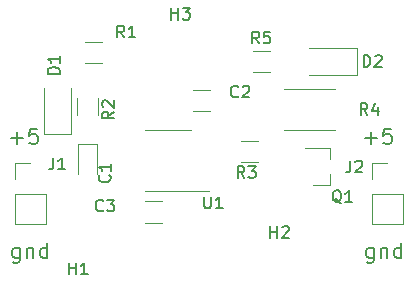
<source format=gbr>
%TF.GenerationSoftware,KiCad,Pcbnew,5.1.10-88a1d61d58~89~ubuntu20.04.1*%
%TF.CreationDate,2021-12-18T07:17:50+01:00*%
%TF.ProjectId,PowerBankAlwaysActive,506f7765-7242-4616-9e6b-416c77617973,rev?*%
%TF.SameCoordinates,Original*%
%TF.FileFunction,Legend,Top*%
%TF.FilePolarity,Positive*%
%FSLAX46Y46*%
G04 Gerber Fmt 4.6, Leading zero omitted, Abs format (unit mm)*
G04 Created by KiCad (PCBNEW 5.1.10-88a1d61d58~89~ubuntu20.04.1) date 2021-12-18 07:17:50*
%MOMM*%
%LPD*%
G01*
G04 APERTURE LIST*
%ADD10C,0.200000*%
%ADD11C,0.120000*%
%ADD12C,0.150000*%
G04 APERTURE END LIST*
D10*
X24480380Y-42425428D02*
X24480380Y-43477809D01*
X24418476Y-43601619D01*
X24356571Y-43663523D01*
X24232761Y-43725428D01*
X24047047Y-43725428D01*
X23923238Y-43663523D01*
X24480380Y-43230190D02*
X24356571Y-43292095D01*
X24108952Y-43292095D01*
X23985142Y-43230190D01*
X23923238Y-43168285D01*
X23861333Y-43044476D01*
X23861333Y-42673047D01*
X23923238Y-42549238D01*
X23985142Y-42487333D01*
X24108952Y-42425428D01*
X24356571Y-42425428D01*
X24480380Y-42487333D01*
X25099428Y-42425428D02*
X25099428Y-43292095D01*
X25099428Y-42549238D02*
X25161333Y-42487333D01*
X25285142Y-42425428D01*
X25470857Y-42425428D01*
X25594666Y-42487333D01*
X25656571Y-42611142D01*
X25656571Y-43292095D01*
X26832761Y-43292095D02*
X26832761Y-41992095D01*
X26832761Y-43230190D02*
X26708952Y-43292095D01*
X26461333Y-43292095D01*
X26337523Y-43230190D01*
X26275619Y-43168285D01*
X26213714Y-43044476D01*
X26213714Y-42673047D01*
X26275619Y-42549238D01*
X26337523Y-42487333D01*
X26461333Y-42425428D01*
X26708952Y-42425428D01*
X26832761Y-42487333D01*
X23755714Y-33144857D02*
X24746190Y-33144857D01*
X24250952Y-33640095D02*
X24250952Y-32649619D01*
X25984285Y-32340095D02*
X25365238Y-32340095D01*
X25303333Y-32959142D01*
X25365238Y-32897238D01*
X25489047Y-32835333D01*
X25798571Y-32835333D01*
X25922380Y-32897238D01*
X25984285Y-32959142D01*
X26046190Y-33082952D01*
X26046190Y-33392476D01*
X25984285Y-33516285D01*
X25922380Y-33578190D01*
X25798571Y-33640095D01*
X25489047Y-33640095D01*
X25365238Y-33578190D01*
X25303333Y-33516285D01*
X54452380Y-42425428D02*
X54452380Y-43477809D01*
X54390476Y-43601619D01*
X54328571Y-43663523D01*
X54204761Y-43725428D01*
X54019047Y-43725428D01*
X53895238Y-43663523D01*
X54452380Y-43230190D02*
X54328571Y-43292095D01*
X54080952Y-43292095D01*
X53957142Y-43230190D01*
X53895238Y-43168285D01*
X53833333Y-43044476D01*
X53833333Y-42673047D01*
X53895238Y-42549238D01*
X53957142Y-42487333D01*
X54080952Y-42425428D01*
X54328571Y-42425428D01*
X54452380Y-42487333D01*
X55071428Y-42425428D02*
X55071428Y-43292095D01*
X55071428Y-42549238D02*
X55133333Y-42487333D01*
X55257142Y-42425428D01*
X55442857Y-42425428D01*
X55566666Y-42487333D01*
X55628571Y-42611142D01*
X55628571Y-43292095D01*
X56804761Y-43292095D02*
X56804761Y-41992095D01*
X56804761Y-43230190D02*
X56680952Y-43292095D01*
X56433333Y-43292095D01*
X56309523Y-43230190D01*
X56247619Y-43168285D01*
X56185714Y-43044476D01*
X56185714Y-42673047D01*
X56247619Y-42549238D01*
X56309523Y-42487333D01*
X56433333Y-42425428D01*
X56680952Y-42425428D01*
X56804761Y-42487333D01*
X53727714Y-33144857D02*
X54718190Y-33144857D01*
X54222952Y-33640095D02*
X54222952Y-32649619D01*
X55956285Y-32340095D02*
X55337238Y-32340095D01*
X55275333Y-32959142D01*
X55337238Y-32897238D01*
X55461047Y-32835333D01*
X55770571Y-32835333D01*
X55894380Y-32897238D01*
X55956285Y-32959142D01*
X56018190Y-33082952D01*
X56018190Y-33392476D01*
X55956285Y-33516285D01*
X55894380Y-33578190D01*
X55770571Y-33640095D01*
X55461047Y-33640095D01*
X55337238Y-33578190D01*
X55275333Y-33516285D01*
D11*
%TO.C,C1*%
X29441000Y-33659000D02*
X29441000Y-36144000D01*
X31011000Y-33659000D02*
X29441000Y-33659000D01*
X31011000Y-36144000D02*
X31011000Y-33659000D01*
%TO.C,C2*%
X40567252Y-29062000D02*
X39144748Y-29062000D01*
X40567252Y-30882000D02*
X39144748Y-30882000D01*
%TO.C,D1*%
X28821000Y-32765000D02*
X28821000Y-28880000D01*
X26551000Y-32765000D02*
X28821000Y-32765000D01*
X26551000Y-28880000D02*
X26551000Y-32765000D01*
%TO.C,D2*%
X53006000Y-25535000D02*
X48946000Y-25535000D01*
X53006000Y-27805000D02*
X53006000Y-25535000D01*
X48946000Y-27805000D02*
X53006000Y-27805000D01*
%TO.C,Q1*%
X50798000Y-37140000D02*
X49338000Y-37140000D01*
X50798000Y-33980000D02*
X48638000Y-33980000D01*
X50798000Y-33980000D02*
X50798000Y-34910000D01*
X50798000Y-37140000D02*
X50798000Y-36210000D01*
%TO.C,R1*%
X31435064Y-26818000D02*
X29980936Y-26818000D01*
X31435064Y-24998000D02*
X29980936Y-24998000D01*
%TO.C,R2*%
X29316000Y-29752936D02*
X29316000Y-31207064D01*
X31136000Y-29752936D02*
X31136000Y-31207064D01*
%TO.C,R3*%
X44669064Y-33380000D02*
X43214936Y-33380000D01*
X44669064Y-35200000D02*
X43214936Y-35200000D01*
%TO.C,R4*%
X51199064Y-29024000D02*
X46844936Y-29024000D01*
X51199064Y-32444000D02*
X46844936Y-32444000D01*
%TO.C,R5*%
X44230936Y-25760000D02*
X45685064Y-25760000D01*
X44230936Y-27580000D02*
X45685064Y-27580000D01*
%TO.C,U1*%
X37084000Y-37612000D02*
X40534000Y-37612000D01*
X37084000Y-37612000D02*
X35134000Y-37612000D01*
X37084000Y-32492000D02*
X39034000Y-32492000D01*
X37084000Y-32492000D02*
X35134000Y-32492000D01*
%TO.C,J1*%
X24070000Y-40446000D02*
X26730000Y-40446000D01*
X24070000Y-37846000D02*
X24070000Y-40446000D01*
X26730000Y-37846000D02*
X26730000Y-40446000D01*
X24070000Y-37846000D02*
X26730000Y-37846000D01*
X24070000Y-36576000D02*
X24070000Y-35246000D01*
X24070000Y-35246000D02*
X25400000Y-35246000D01*
%TO.C,J2*%
X54296000Y-35246000D02*
X55626000Y-35246000D01*
X54296000Y-36576000D02*
X54296000Y-35246000D01*
X54296000Y-37846000D02*
X56956000Y-37846000D01*
X56956000Y-37846000D02*
X56956000Y-40446000D01*
X54296000Y-37846000D02*
X54296000Y-40446000D01*
X54296000Y-40446000D02*
X56956000Y-40446000D01*
%TO.C,C3*%
X35080748Y-38492000D02*
X36503252Y-38492000D01*
X35080748Y-40312000D02*
X36503252Y-40312000D01*
%TO.C,C1*%
D12*
X32085142Y-36266666D02*
X32132761Y-36314285D01*
X32180380Y-36457142D01*
X32180380Y-36552380D01*
X32132761Y-36695238D01*
X32037523Y-36790476D01*
X31942285Y-36838095D01*
X31751809Y-36885714D01*
X31608952Y-36885714D01*
X31418476Y-36838095D01*
X31323238Y-36790476D01*
X31228000Y-36695238D01*
X31180380Y-36552380D01*
X31180380Y-36457142D01*
X31228000Y-36314285D01*
X31275619Y-36266666D01*
X32180380Y-35314285D02*
X32180380Y-35885714D01*
X32180380Y-35600000D02*
X31180380Y-35600000D01*
X31323238Y-35695238D01*
X31418476Y-35790476D01*
X31466095Y-35885714D01*
%TO.C,C2*%
X42991333Y-29599142D02*
X42943714Y-29646761D01*
X42800857Y-29694380D01*
X42705619Y-29694380D01*
X42562761Y-29646761D01*
X42467523Y-29551523D01*
X42419904Y-29456285D01*
X42372285Y-29265809D01*
X42372285Y-29122952D01*
X42419904Y-28932476D01*
X42467523Y-28837238D01*
X42562761Y-28742000D01*
X42705619Y-28694380D01*
X42800857Y-28694380D01*
X42943714Y-28742000D01*
X42991333Y-28789619D01*
X43372285Y-28789619D02*
X43419904Y-28742000D01*
X43515142Y-28694380D01*
X43753238Y-28694380D01*
X43848476Y-28742000D01*
X43896095Y-28789619D01*
X43943714Y-28884857D01*
X43943714Y-28980095D01*
X43896095Y-29122952D01*
X43324666Y-29694380D01*
X43943714Y-29694380D01*
%TO.C,D1*%
X27862380Y-27694095D02*
X26862380Y-27694095D01*
X26862380Y-27456000D01*
X26910000Y-27313142D01*
X27005238Y-27217904D01*
X27100476Y-27170285D01*
X27290952Y-27122666D01*
X27433809Y-27122666D01*
X27624285Y-27170285D01*
X27719523Y-27217904D01*
X27814761Y-27313142D01*
X27862380Y-27456000D01*
X27862380Y-27694095D01*
X27862380Y-26170285D02*
X27862380Y-26741714D01*
X27862380Y-26456000D02*
X26862380Y-26456000D01*
X27005238Y-26551238D01*
X27100476Y-26646476D01*
X27148095Y-26741714D01*
%TO.C,D2*%
X53617904Y-27122380D02*
X53617904Y-26122380D01*
X53856000Y-26122380D01*
X53998857Y-26170000D01*
X54094095Y-26265238D01*
X54141714Y-26360476D01*
X54189333Y-26550952D01*
X54189333Y-26693809D01*
X54141714Y-26884285D01*
X54094095Y-26979523D01*
X53998857Y-27074761D01*
X53856000Y-27122380D01*
X53617904Y-27122380D01*
X54570285Y-26217619D02*
X54617904Y-26170000D01*
X54713142Y-26122380D01*
X54951238Y-26122380D01*
X55046476Y-26170000D01*
X55094095Y-26217619D01*
X55141714Y-26312857D01*
X55141714Y-26408095D01*
X55094095Y-26550952D01*
X54522666Y-27122380D01*
X55141714Y-27122380D01*
%TO.C,Q1*%
X51720761Y-38647619D02*
X51625523Y-38600000D01*
X51530285Y-38504761D01*
X51387428Y-38361904D01*
X51292190Y-38314285D01*
X51196952Y-38314285D01*
X51244571Y-38552380D02*
X51149333Y-38504761D01*
X51054095Y-38409523D01*
X51006476Y-38219047D01*
X51006476Y-37885714D01*
X51054095Y-37695238D01*
X51149333Y-37600000D01*
X51244571Y-37552380D01*
X51435047Y-37552380D01*
X51530285Y-37600000D01*
X51625523Y-37695238D01*
X51673142Y-37885714D01*
X51673142Y-38219047D01*
X51625523Y-38409523D01*
X51530285Y-38504761D01*
X51435047Y-38552380D01*
X51244571Y-38552380D01*
X52625523Y-38552380D02*
X52054095Y-38552380D01*
X52339809Y-38552380D02*
X52339809Y-37552380D01*
X52244571Y-37695238D01*
X52149333Y-37790476D01*
X52054095Y-37838095D01*
%TO.C,R1*%
X33339333Y-24614380D02*
X33006000Y-24138190D01*
X32767904Y-24614380D02*
X32767904Y-23614380D01*
X33148857Y-23614380D01*
X33244095Y-23662000D01*
X33291714Y-23709619D01*
X33339333Y-23804857D01*
X33339333Y-23947714D01*
X33291714Y-24042952D01*
X33244095Y-24090571D01*
X33148857Y-24138190D01*
X32767904Y-24138190D01*
X34291714Y-24614380D02*
X33720285Y-24614380D01*
X34006000Y-24614380D02*
X34006000Y-23614380D01*
X33910761Y-23757238D01*
X33815523Y-23852476D01*
X33720285Y-23900095D01*
%TO.C,R2*%
X32456380Y-30900666D02*
X31980190Y-31234000D01*
X32456380Y-31472095D02*
X31456380Y-31472095D01*
X31456380Y-31091142D01*
X31504000Y-30995904D01*
X31551619Y-30948285D01*
X31646857Y-30900666D01*
X31789714Y-30900666D01*
X31884952Y-30948285D01*
X31932571Y-30995904D01*
X31980190Y-31091142D01*
X31980190Y-31472095D01*
X31551619Y-30519714D02*
X31504000Y-30472095D01*
X31456380Y-30376857D01*
X31456380Y-30138761D01*
X31504000Y-30043523D01*
X31551619Y-29995904D01*
X31646857Y-29948285D01*
X31742095Y-29948285D01*
X31884952Y-29995904D01*
X32456380Y-30567333D01*
X32456380Y-29948285D01*
%TO.C,R3*%
X43521333Y-36520380D02*
X43188000Y-36044190D01*
X42949904Y-36520380D02*
X42949904Y-35520380D01*
X43330857Y-35520380D01*
X43426095Y-35568000D01*
X43473714Y-35615619D01*
X43521333Y-35710857D01*
X43521333Y-35853714D01*
X43473714Y-35948952D01*
X43426095Y-35996571D01*
X43330857Y-36044190D01*
X42949904Y-36044190D01*
X43854666Y-35520380D02*
X44473714Y-35520380D01*
X44140380Y-35901333D01*
X44283238Y-35901333D01*
X44378476Y-35948952D01*
X44426095Y-35996571D01*
X44473714Y-36091809D01*
X44473714Y-36329904D01*
X44426095Y-36425142D01*
X44378476Y-36472761D01*
X44283238Y-36520380D01*
X43997523Y-36520380D01*
X43902285Y-36472761D01*
X43854666Y-36425142D01*
%TO.C,R4*%
X53935333Y-31186380D02*
X53602000Y-30710190D01*
X53363904Y-31186380D02*
X53363904Y-30186380D01*
X53744857Y-30186380D01*
X53840095Y-30234000D01*
X53887714Y-30281619D01*
X53935333Y-30376857D01*
X53935333Y-30519714D01*
X53887714Y-30614952D01*
X53840095Y-30662571D01*
X53744857Y-30710190D01*
X53363904Y-30710190D01*
X54792476Y-30519714D02*
X54792476Y-31186380D01*
X54554380Y-30138761D02*
X54316285Y-30853047D01*
X54935333Y-30853047D01*
%TO.C,R5*%
X44769333Y-25122380D02*
X44436000Y-24646190D01*
X44197904Y-25122380D02*
X44197904Y-24122380D01*
X44578857Y-24122380D01*
X44674095Y-24170000D01*
X44721714Y-24217619D01*
X44769333Y-24312857D01*
X44769333Y-24455714D01*
X44721714Y-24550952D01*
X44674095Y-24598571D01*
X44578857Y-24646190D01*
X44197904Y-24646190D01*
X45674095Y-24122380D02*
X45197904Y-24122380D01*
X45150285Y-24598571D01*
X45197904Y-24550952D01*
X45293142Y-24503333D01*
X45531238Y-24503333D01*
X45626476Y-24550952D01*
X45674095Y-24598571D01*
X45721714Y-24693809D01*
X45721714Y-24931904D01*
X45674095Y-25027142D01*
X45626476Y-25074761D01*
X45531238Y-25122380D01*
X45293142Y-25122380D01*
X45197904Y-25074761D01*
X45150285Y-25027142D01*
%TO.C,U1*%
X40110095Y-38092380D02*
X40110095Y-38901904D01*
X40157714Y-38997142D01*
X40205333Y-39044761D01*
X40300571Y-39092380D01*
X40491047Y-39092380D01*
X40586285Y-39044761D01*
X40633904Y-38997142D01*
X40681523Y-38901904D01*
X40681523Y-38092380D01*
X41681523Y-39092380D02*
X41110095Y-39092380D01*
X41395809Y-39092380D02*
X41395809Y-38092380D01*
X41300571Y-38235238D01*
X41205333Y-38330476D01*
X41110095Y-38378095D01*
%TO.C,J1*%
X27330666Y-34790380D02*
X27330666Y-35504666D01*
X27283047Y-35647523D01*
X27187809Y-35742761D01*
X27044952Y-35790380D01*
X26949714Y-35790380D01*
X28330666Y-35790380D02*
X27759238Y-35790380D01*
X28044952Y-35790380D02*
X28044952Y-34790380D01*
X27949714Y-34933238D01*
X27854476Y-35028476D01*
X27759238Y-35076095D01*
%TO.C,J2*%
X52476666Y-35044380D02*
X52476666Y-35758666D01*
X52429047Y-35901523D01*
X52333809Y-35996761D01*
X52190952Y-36044380D01*
X52095714Y-36044380D01*
X52905238Y-35139619D02*
X52952857Y-35092000D01*
X53048095Y-35044380D01*
X53286190Y-35044380D01*
X53381428Y-35092000D01*
X53429047Y-35139619D01*
X53476666Y-35234857D01*
X53476666Y-35330095D01*
X53429047Y-35472952D01*
X52857619Y-36044380D01*
X53476666Y-36044380D01*
%TO.C,H1*%
X28680095Y-44680380D02*
X28680095Y-43680380D01*
X28680095Y-44156571D02*
X29251523Y-44156571D01*
X29251523Y-44680380D02*
X29251523Y-43680380D01*
X30251523Y-44680380D02*
X29680095Y-44680380D01*
X29965809Y-44680380D02*
X29965809Y-43680380D01*
X29870571Y-43823238D01*
X29775333Y-43918476D01*
X29680095Y-43966095D01*
%TO.C,H2*%
X45720095Y-41600380D02*
X45720095Y-40600380D01*
X45720095Y-41076571D02*
X46291523Y-41076571D01*
X46291523Y-41600380D02*
X46291523Y-40600380D01*
X46720095Y-40695619D02*
X46767714Y-40648000D01*
X46862952Y-40600380D01*
X47101047Y-40600380D01*
X47196285Y-40648000D01*
X47243904Y-40695619D01*
X47291523Y-40790857D01*
X47291523Y-40886095D01*
X47243904Y-41028952D01*
X46672476Y-41600380D01*
X47291523Y-41600380D01*
%TO.C,H3*%
X37338095Y-23102380D02*
X37338095Y-22102380D01*
X37338095Y-22578571D02*
X37909523Y-22578571D01*
X37909523Y-23102380D02*
X37909523Y-22102380D01*
X38290476Y-22102380D02*
X38909523Y-22102380D01*
X38576190Y-22483333D01*
X38719047Y-22483333D01*
X38814285Y-22530952D01*
X38861904Y-22578571D01*
X38909523Y-22673809D01*
X38909523Y-22911904D01*
X38861904Y-23007142D01*
X38814285Y-23054761D01*
X38719047Y-23102380D01*
X38433333Y-23102380D01*
X38338095Y-23054761D01*
X38290476Y-23007142D01*
%TO.C,C3*%
X31561333Y-39251142D02*
X31513714Y-39298761D01*
X31370857Y-39346380D01*
X31275619Y-39346380D01*
X31132761Y-39298761D01*
X31037523Y-39203523D01*
X30989904Y-39108285D01*
X30942285Y-38917809D01*
X30942285Y-38774952D01*
X30989904Y-38584476D01*
X31037523Y-38489238D01*
X31132761Y-38394000D01*
X31275619Y-38346380D01*
X31370857Y-38346380D01*
X31513714Y-38394000D01*
X31561333Y-38441619D01*
X31894666Y-38346380D02*
X32513714Y-38346380D01*
X32180380Y-38727333D01*
X32323238Y-38727333D01*
X32418476Y-38774952D01*
X32466095Y-38822571D01*
X32513714Y-38917809D01*
X32513714Y-39155904D01*
X32466095Y-39251142D01*
X32418476Y-39298761D01*
X32323238Y-39346380D01*
X32037523Y-39346380D01*
X31942285Y-39298761D01*
X31894666Y-39251142D01*
%TD*%
M02*

</source>
